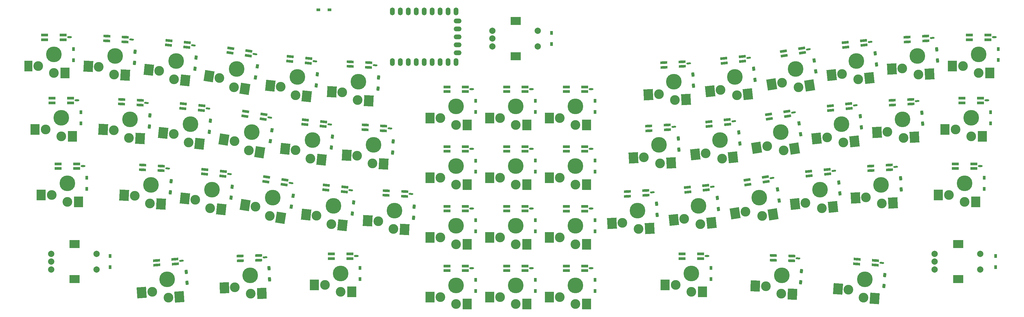
<source format=gbr>
G04 #@! TF.GenerationSoftware,KiCad,Pcbnew,9.0.0*
G04 #@! TF.CreationDate,2025-03-01T00:43:59+09:00*
G04 #@! TF.ProjectId,tijuana_lp,74696a75-616e-4615-9f6c-702e6b696361,rev?*
G04 #@! TF.SameCoordinates,Original*
G04 #@! TF.FileFunction,Soldermask,Bot*
G04 #@! TF.FilePolarity,Negative*
%FSLAX46Y46*%
G04 Gerber Fmt 4.6, Leading zero omitted, Abs format (unit mm)*
G04 Created by KiCad (PCBNEW 9.0.0) date 2025-03-01 00:43:59*
%MOMM*%
%LPD*%
G01*
G04 APERTURE LIST*
G04 Aperture macros list*
%AMHorizOval*
0 Thick line with rounded ends*
0 $1 width*
0 $2 $3 position (X,Y) of the first rounded end (center of the circle)*
0 $4 $5 position (X,Y) of the second rounded end (center of the circle)*
0 Add line between two ends*
20,1,$1,$2,$3,$4,$5,0*
0 Add two circle primitives to create the rounded ends*
1,1,$1,$2,$3*
1,1,$1,$4,$5*%
%AMRotRect*
0 Rectangle, with rotation*
0 The origin of the aperture is its center*
0 $1 length*
0 $2 width*
0 $3 Rotation angle, in degrees counterclockwise*
0 Add horizontal line*
21,1,$1,$2,0,0,$3*%
G04 Aperture macros list end*
%ADD10R,0.950000X1.300000*%
%ADD11RotRect,1.300000X0.950000X267.000000*%
%ADD12C,2.000000*%
%ADD13R,3.200000X2.500000*%
%ADD14C,3.100000*%
%ADD15C,5.000000*%
%ADD16O,1.500000X0.600000*%
%ADD17R,3.000000X3.500000*%
%ADD18R,2.200000X0.820000*%
%ADD19HorizOval,0.600000X0.447535X-0.047038X-0.447535X0.047038X0*%
%ADD20RotRect,3.000000X3.500000X174.000000*%
%ADD21RotRect,2.200000X0.820000X6.000000*%
%ADD22RotRect,2.200000X0.820000X4.000000*%
%ADD23RotRect,1.300000X0.950000X93.000000*%
%ADD24HorizOval,0.600000X0.449383X0.023551X-0.449383X-0.023551X0*%
%ADD25RotRect,3.000000X3.500000X183.000000*%
%ADD26RotRect,1.300000X0.950000X96.000000*%
%ADD27RotRect,2.200000X0.820000X171.000000*%
%ADD28RotRect,1.300000X0.950000X272.000000*%
%ADD29R,2.550000X3.500000*%
%ADD30HorizOval,0.600000X0.447535X0.047038X-0.447535X-0.047038X0*%
%ADD31RotRect,3.000000X3.500000X186.000000*%
%ADD32HorizOval,0.600000X0.448904X-0.031390X-0.448904X0.031390X0*%
%ADD33RotRect,3.000000X3.500000X176.000000*%
%ADD34HorizOval,0.600000X0.448904X0.031390X-0.448904X-0.031390X0*%
%ADD35RotRect,3.000000X3.500000X184.000000*%
%ADD36RotRect,2.200000X0.820000X3.000000*%
%ADD37RotRect,2.200000X0.820000X174.000000*%
%ADD38RotRect,2.200000X0.820000X357.000000*%
%ADD39RotRect,2.200000X0.820000X177.000000*%
%ADD40RotRect,1.300000X0.950000X261.000000*%
%ADD41RotRect,2.200000X0.820000X2.000000*%
%ADD42RotRect,1.300000X0.950000X264.000000*%
%ADD43HorizOval,0.600000X0.449383X-0.023551X-0.449383X0.023551X0*%
%ADD44RotRect,3.000000X3.500000X177.000000*%
%ADD45HorizOval,0.600000X0.444460X-0.070396X-0.444460X0.070396X0*%
%ADD46RotRect,3.000000X3.500000X171.000000*%
%ADD47RotRect,1.300000X0.950000X99.000000*%
%ADD48RotRect,2.200000X0.820000X176.000000*%
%ADD49HorizOval,0.600000X0.444460X0.070396X-0.444460X-0.070396X0*%
%ADD50RotRect,3.000000X3.500000X189.000000*%
%ADD51RotRect,1.300000X0.950000X86.000000*%
%ADD52RotRect,2.200000X0.820000X9.000000*%
%ADD53HorizOval,0.600000X0.449726X0.015705X-0.449726X-0.015705X0*%
%ADD54RotRect,3.000000X3.500000X182.000000*%
%ADD55RotRect,2.200000X0.820000X186.000000*%
%ADD56RotRect,2.200000X0.820000X189.000000*%
%ADD57HorizOval,0.600000X0.449726X-0.015705X-0.449726X0.015705X0*%
%ADD58RotRect,3.000000X3.500000X178.000000*%
%ADD59RotRect,2.200000X0.820000X351.000000*%
%ADD60RotRect,2.200000X0.820000X183.000000*%
%ADD61RotRect,2.200000X0.820000X354.000000*%
%ADD62RotRect,1.300000X0.950000X274.000000*%
%ADD63R,1.300000X0.950000*%
%ADD64RotRect,2.200000X0.820000X178.000000*%
%ADD65O,1.500000X2.500000*%
%ADD66O,2.500000X1.500000*%
G04 APERTURE END LIST*
D10*
X34500000Y-72525000D03*
X34500000Y-76075000D03*
D11*
X132244596Y-60934433D03*
X132058804Y-64479567D03*
D12*
X23093600Y-96800000D03*
X23093600Y-101800000D03*
X23093600Y-99300000D03*
D13*
X30593600Y-93700000D03*
X30593600Y-104900000D03*
D12*
X37593600Y-101800000D03*
X37593600Y-96800000D03*
D14*
X166405900Y-110607200D03*
D15*
X171405900Y-106907200D03*
D14*
X171405900Y-112807200D03*
D16*
X176405900Y-101357200D03*
D17*
X163055900Y-110607200D03*
X174955900Y-112807200D03*
D10*
X324500000Y-101075000D03*
X324500000Y-97525000D03*
D18*
X29307300Y-47153900D03*
X23407300Y-47153900D03*
X23407300Y-48653900D03*
X29307300Y-48653900D03*
D14*
X57614135Y-38384789D03*
D15*
X62973500Y-35227700D03*
D14*
X62356782Y-41095379D03*
D19*
X68526242Y-30230746D03*
D20*
X54282487Y-38034618D03*
X65887335Y-41466455D03*
D21*
X232007744Y-74957550D03*
X226140064Y-75574268D03*
X226296856Y-77066050D03*
X232164536Y-76449332D03*
D10*
X158588000Y-47962400D03*
X158588000Y-51512400D03*
D22*
X62607796Y-98496245D03*
X56722169Y-98907809D03*
X56826804Y-100404155D03*
X62712431Y-99992591D03*
D18*
X174364000Y-43532300D03*
X168464000Y-43532300D03*
X168464000Y-45032300D03*
X174364000Y-45032300D03*
D14*
X107827135Y-84613889D03*
D15*
X113186500Y-81456800D03*
D14*
X112569782Y-87324479D03*
D19*
X118739242Y-76459846D03*
D20*
X104495487Y-84263718D03*
X116100335Y-87695555D03*
D23*
X294385096Y-76223467D03*
X294199304Y-72678333D03*
D18*
X149413200Y-64080400D03*
X155313200Y-64080400D03*
X155313200Y-62580400D03*
X149413200Y-62580400D03*
D21*
X243639344Y-33825350D03*
X237771664Y-34442068D03*
X237928456Y-35933850D03*
X243796136Y-35317132D03*
D14*
X290008495Y-57844509D03*
D15*
X294808000Y-53887900D03*
D14*
X295116782Y-59779814D03*
D24*
X299510683Y-48083826D03*
D25*
X286663086Y-58019835D03*
X298661917Y-59594022D03*
D26*
X236059338Y-82489576D03*
X235688262Y-78959024D03*
D27*
X80173793Y-32647685D03*
X86001155Y-33570648D03*
X86235807Y-32089115D03*
X80408445Y-31166152D03*
D28*
X92638053Y-101426081D03*
X92761947Y-104973919D03*
D14*
X18962900Y-36884200D03*
D15*
X23962900Y-33184200D03*
D14*
X23962900Y-39084200D03*
D16*
X28962900Y-27634200D03*
D29*
X15837900Y-36884200D03*
D17*
X27512900Y-39084200D03*
D10*
X196685900Y-89643300D03*
X196685900Y-86093300D03*
D14*
X231998746Y-64723373D03*
D15*
X236584600Y-60521000D03*
D14*
X237201318Y-66388679D03*
D30*
X240977078Y-54478761D03*
D31*
X228667095Y-65073544D03*
X240731871Y-66017603D03*
D14*
X101118835Y-63678089D03*
D15*
X106478200Y-60521000D03*
D14*
X105861482Y-66388679D03*
D19*
X112030942Y-55524046D03*
D20*
X97787187Y-63327918D03*
X109392035Y-66759755D03*
D14*
X277560481Y-108249405D03*
D15*
X282806400Y-104907200D03*
D14*
X282394837Y-110792828D03*
D32*
X288181369Y-99719502D03*
D33*
X274218641Y-108015720D03*
X285936189Y-111040463D03*
D18*
X322061200Y-26955600D03*
X316161200Y-26955600D03*
X316161200Y-28455600D03*
X322061200Y-28455600D03*
D14*
X55363879Y-108946969D03*
D15*
X60093600Y-104907200D03*
D14*
X60505163Y-110792828D03*
D34*
X64694272Y-99021937D03*
D35*
X52022039Y-109180654D03*
X64046516Y-110545192D03*
D21*
X282384044Y-28726350D03*
X276516364Y-29343068D03*
X276673156Y-30834850D03*
X282540836Y-30218132D03*
D14*
X311722000Y-57077000D03*
D15*
X316722000Y-53377000D03*
D14*
X316722000Y-59277000D03*
D16*
X321722000Y-47827000D03*
D17*
X308372000Y-57077000D03*
X320272000Y-59277000D03*
D14*
X166405900Y-53457200D03*
D15*
X171405900Y-49757200D03*
D14*
X171405900Y-55657200D03*
D16*
X176405900Y-44207200D03*
D17*
X163055900Y-53457200D03*
X174955900Y-55657200D03*
D36*
X290564905Y-68452336D03*
X284672991Y-68761119D03*
X284751495Y-70259064D03*
X290643409Y-69950281D03*
D37*
X110781946Y-76374832D03*
X116649626Y-76991550D03*
X116806418Y-75499768D03*
X110938738Y-74883050D03*
D38*
X129241009Y-55997419D03*
X123349095Y-55688636D03*
X123270591Y-57186581D03*
X129162505Y-57495364D03*
D39*
X129970691Y-78124381D03*
X135862605Y-78433164D03*
X135941109Y-76935219D03*
X130049195Y-76626436D03*
D40*
X100325071Y-78265153D03*
X99769729Y-81771447D03*
D41*
X89304757Y-97317233D03*
X83408350Y-97523141D03*
X83460699Y-99022227D03*
X89357106Y-98816319D03*
D42*
X108046638Y-39486024D03*
X107675562Y-43016576D03*
D10*
X177640900Y-108675000D03*
X177640900Y-105125000D03*
D11*
X138983796Y-81728133D03*
X138798004Y-85273267D03*
D37*
X60533264Y-30218632D03*
X66400944Y-30835350D03*
X66557736Y-29343568D03*
X60690056Y-28726850D03*
D18*
X193402790Y-81649528D03*
X187502790Y-81649528D03*
X187502790Y-83149528D03*
X193402790Y-83149528D03*
X174359300Y-81627900D03*
X168459300Y-81627900D03*
X168459300Y-83127900D03*
X174359300Y-83127900D03*
D14*
X49778409Y-78258449D03*
D15*
X54965200Y-74825200D03*
D14*
X54656418Y-80717114D03*
D43*
X60248812Y-69544486D03*
D44*
X46433000Y-78083124D03*
X58201553Y-80902907D03*
D14*
X43068009Y-57321149D03*
D15*
X48254800Y-53887900D03*
D14*
X47946018Y-59779814D03*
D43*
X53538412Y-48607186D03*
D44*
X39722600Y-57145824D03*
X51491153Y-59965607D03*
D14*
X110490400Y-106754700D03*
D15*
X115490400Y-103054700D03*
D14*
X115490400Y-108954700D03*
D16*
X120490400Y-97504700D03*
D17*
X107140400Y-106754700D03*
X119040400Y-108954700D03*
D42*
X80894438Y-75360924D03*
X80523362Y-78891476D03*
D18*
X168461700Y-64089000D03*
X174361700Y-64089000D03*
X174361700Y-62589000D03*
X168461700Y-62589000D03*
D10*
X177659200Y-86106800D03*
X177659200Y-89656800D03*
D23*
X223466796Y-63525767D03*
X223281004Y-59980633D03*
D14*
X76827751Y-40649675D03*
D15*
X82345000Y-37777400D03*
D14*
X81422037Y-43604761D03*
D45*
X88151653Y-33077902D03*
D46*
X73518995Y-40125619D03*
X84928330Y-44160104D03*
D39*
X40801591Y-28826481D03*
X46693505Y-29135264D03*
X46772009Y-27637319D03*
X40880095Y-27328536D03*
D14*
X217068195Y-45816809D03*
D15*
X221867700Y-41860200D03*
D14*
X222176482Y-47752114D03*
D24*
X226570383Y-36056126D03*
D25*
X213722786Y-45992135D03*
X225721617Y-47566322D03*
D14*
X120769909Y-65487349D03*
D15*
X125956700Y-62054100D03*
D14*
X125647918Y-67946014D03*
D43*
X131240312Y-56773386D03*
D44*
X117424500Y-65312024D03*
X129193053Y-68131807D03*
D23*
X228115796Y-43148267D03*
X227930004Y-39603133D03*
D37*
X72019664Y-71351932D03*
X77887344Y-71968650D03*
X78044136Y-70476868D03*
X72176456Y-69860150D03*
D14*
X166405900Y-91557200D03*
D15*
X171405900Y-87857200D03*
D14*
X171405900Y-93757200D03*
D16*
X176405900Y-82307200D03*
D17*
X163055900Y-91557200D03*
X174955900Y-93757200D03*
D42*
X73956938Y-54319424D03*
X73585862Y-57849976D03*
D11*
X61357996Y-73614333D03*
X61172204Y-77159467D03*
D14*
X225127646Y-85659173D03*
D15*
X229713500Y-81456800D03*
D14*
X230330218Y-87324479D03*
D30*
X234105978Y-75414561D03*
D31*
X221795995Y-86009344D03*
X233860771Y-86953403D03*
D47*
X255488071Y-79777347D03*
X254932729Y-76271053D03*
D48*
X280198869Y-99992791D03*
X286084497Y-100404355D03*
X286189131Y-98908009D03*
X280303503Y-98496445D03*
D18*
X118458100Y-96831100D03*
X112558100Y-96831100D03*
X112558100Y-98331100D03*
X118458100Y-98331100D03*
D14*
X205434595Y-86945609D03*
D15*
X210234100Y-82989000D03*
D14*
X210542882Y-88880914D03*
D24*
X214936783Y-77184926D03*
D25*
X202089186Y-87120935D03*
X214088017Y-88695122D03*
D14*
X127479109Y-86422249D03*
D15*
X132665900Y-82989000D03*
D14*
X132357118Y-88880914D03*
D43*
X137949512Y-77708286D03*
D44*
X124133700Y-86246924D03*
X135902253Y-89066707D03*
D10*
X196684500Y-51546200D03*
X196684500Y-47996200D03*
D14*
X185455900Y-53457200D03*
D15*
X190455900Y-49757200D03*
D14*
X190455900Y-55657200D03*
D16*
X195455900Y-44207200D03*
D17*
X182105900Y-53457200D03*
X194005900Y-55657200D03*
D42*
X69375638Y-34153224D03*
X69004562Y-37683776D03*
D14*
X251597066Y-62407619D03*
D15*
X255956700Y-57971000D03*
D14*
X256879663Y-63798361D03*
D49*
X260026930Y-51707157D03*
D50*
X248288310Y-62931675D03*
X260385957Y-63243019D03*
D14*
X270743146Y-59623773D03*
D15*
X275329000Y-55421400D03*
D14*
X275945718Y-61289079D03*
D30*
X279721478Y-49379161D03*
D31*
X267411495Y-59973944D03*
X279476271Y-60918003D03*
D14*
X147355900Y-53457200D03*
D15*
X152355900Y-49757200D03*
D14*
X152355900Y-55657200D03*
D16*
X157355900Y-44207200D03*
D17*
X144005900Y-53457200D03*
X155905900Y-55657200D03*
D14*
X283135295Y-78781809D03*
D15*
X287934800Y-74825200D03*
D14*
X288243582Y-80717114D03*
D24*
X292637483Y-69021126D03*
D25*
X279789886Y-78957135D03*
X291788717Y-80531322D03*
D18*
X224475800Y-98327500D03*
X230375800Y-98327500D03*
X230375800Y-96827500D03*
X224475800Y-96827500D03*
D11*
X54592896Y-52627433D03*
X54407104Y-56172567D03*
D51*
X262277782Y-105889376D03*
X262525418Y-102348024D03*
D14*
X69084335Y-79514489D03*
D15*
X74443700Y-76357400D03*
D14*
X73826982Y-82225079D03*
D19*
X79996442Y-71360446D03*
D20*
X65752687Y-79164318D03*
X77357535Y-82596155D03*
D14*
X185455900Y-72507200D03*
D15*
X190455900Y-68807200D03*
D14*
X190455900Y-74707200D03*
D16*
X195455900Y-63257200D03*
D17*
X182105900Y-72507200D03*
X194005900Y-74707200D03*
D14*
X256358166Y-42214019D03*
D15*
X260717800Y-37777400D03*
D14*
X261640763Y-43604761D03*
D49*
X264788030Y-31513557D03*
D50*
X253049410Y-42738075D03*
X265147057Y-43049419D03*
D14*
X309611200Y-78014800D03*
D15*
X314611200Y-74314800D03*
D14*
X314611200Y-80214800D03*
D16*
X319611200Y-68764800D03*
D17*
X306261200Y-78014800D03*
X318161200Y-80214800D03*
D18*
X313782200Y-48654900D03*
X319682200Y-48654900D03*
X319682200Y-47154900D03*
X313782200Y-47154900D03*
D10*
X177646000Y-47981300D03*
X177646000Y-51531300D03*
D14*
X116008209Y-45293449D03*
D15*
X121195000Y-41860200D03*
D14*
X120886218Y-47752114D03*
D43*
X126478612Y-36579486D03*
D44*
X112662800Y-45118124D03*
X124431353Y-47937907D03*
D52*
X251036055Y-72297352D03*
X245208693Y-73220315D03*
X245443345Y-74701848D03*
X251270707Y-73778885D03*
D10*
X325371200Y-34965700D03*
X325371200Y-31415700D03*
X322943200Y-55153900D03*
X322943200Y-51603900D03*
X32596700Y-51625000D03*
X32596700Y-55175000D03*
D14*
X21340800Y-57077000D03*
D15*
X26340800Y-53377000D03*
D14*
X26340800Y-59277000D03*
D16*
X31340800Y-47827000D03*
D17*
X17990800Y-57077000D03*
X29890800Y-59277000D03*
D10*
X182800000Y-26325000D03*
X182800000Y-29875000D03*
D18*
X187512500Y-64079400D03*
X193412500Y-64079400D03*
X193412500Y-62579400D03*
X187512500Y-62579400D03*
D14*
X81725774Y-107515244D03*
D15*
X86593600Y-103643000D03*
D14*
X86799507Y-109539406D03*
D53*
X91396862Y-97921883D03*
D54*
X78377815Y-107632157D03*
X90347344Y-109415513D03*
D55*
X233128955Y-56107082D03*
X238996635Y-55490364D03*
X238839843Y-53998582D03*
X232972163Y-54615300D03*
D26*
X242942738Y-61558676D03*
X242571662Y-58028124D03*
D14*
X62211635Y-58578489D03*
D15*
X67571000Y-55421400D03*
D14*
X66954282Y-61289079D03*
D19*
X73123742Y-50424446D03*
D20*
X58879987Y-58228318D03*
X70484835Y-61660155D03*
D14*
X81588851Y-60843275D03*
D15*
X87106100Y-57971000D03*
D14*
X86183137Y-63798361D03*
D45*
X92912753Y-53271502D03*
D46*
X78280095Y-60319219D03*
X89689430Y-64353704D03*
D14*
X88297951Y-81779475D03*
D15*
X93815200Y-78907200D03*
D14*
X92892237Y-84734561D03*
D45*
X99621853Y-74207702D03*
D46*
X84989195Y-81255419D03*
X96398530Y-85289904D03*
D56*
X252312245Y-53763748D03*
X258139607Y-52840785D03*
X257904955Y-51359252D03*
X252077593Y-52282215D03*
D14*
X236760546Y-44530173D03*
D15*
X241346400Y-40327800D03*
D14*
X241963118Y-46195479D03*
D30*
X245738878Y-34285561D03*
D31*
X233428895Y-44880344D03*
X245493671Y-45824403D03*
D23*
X216519496Y-84338667D03*
X216333704Y-80793533D03*
D52*
X262660955Y-31173552D03*
X256833593Y-32096515D03*
X257068245Y-33578048D03*
X262895607Y-32655085D03*
D10*
X41900000Y-97525000D03*
X41900000Y-101075000D03*
D14*
X185455900Y-91557200D03*
D15*
X190455900Y-87857200D03*
D14*
X190455900Y-93757200D03*
D16*
X195455900Y-82307200D03*
D17*
X182105900Y-91557200D03*
X194005900Y-93757200D03*
D10*
X158567900Y-67058100D03*
X158567900Y-70608100D03*
D18*
X21024500Y-28462000D03*
X26924500Y-28462000D03*
X26924500Y-26962000D03*
X21024500Y-26962000D03*
D26*
X286480238Y-36328676D03*
X286109162Y-32798124D03*
D36*
X212868605Y-76617436D03*
X206976691Y-76926219D03*
X207055195Y-78424164D03*
X212947109Y-78115381D03*
D14*
X23288800Y-78014800D03*
D15*
X28288800Y-74314800D03*
D14*
X28288800Y-80214800D03*
D16*
X33288800Y-68764800D03*
D17*
X19938800Y-78014800D03*
X31838800Y-80214800D03*
D14*
X251180318Y-107166249D03*
D15*
X256306400Y-103643000D03*
D14*
X256100493Y-109539406D03*
D57*
X261497046Y-98270878D03*
D58*
X247832358Y-107049335D03*
X259648330Y-109663299D03*
D36*
X302177494Y-27329276D03*
X296285580Y-27638059D03*
X296364084Y-29136004D03*
X302255998Y-28827221D03*
D39*
X52276391Y-69956281D03*
X58168305Y-70265064D03*
X58246809Y-68767119D03*
X52354895Y-68458336D03*
D42*
X112890938Y-59362924D03*
X112519862Y-62893476D03*
D36*
X224493805Y-35488836D03*
X218601891Y-35797619D03*
X218680395Y-37295564D03*
X224572309Y-36986781D03*
D14*
X244725166Y-83343819D03*
D15*
X249084800Y-78907200D03*
D14*
X250007763Y-84734561D03*
D49*
X253155030Y-72643357D03*
D50*
X241416410Y-83867875D03*
X253514057Y-84179219D03*
D11*
X127584596Y-40506933D03*
X127398804Y-44052067D03*
D10*
X320903300Y-76094700D03*
X320903300Y-72544700D03*
D18*
X25354100Y-69589100D03*
X31254100Y-69589100D03*
X31254100Y-68089100D03*
X25354100Y-68089100D03*
D40*
X88883571Y-36982053D03*
X88328229Y-40488347D03*
D14*
X294768395Y-37651609D03*
D15*
X299567900Y-33695000D03*
D14*
X299876682Y-39586914D03*
D24*
X304270583Y-27890926D03*
D25*
X291422986Y-37826935D03*
X303421817Y-39401122D03*
D59*
X91007907Y-52289015D03*
X85180545Y-51366052D03*
X84945893Y-52847585D03*
X90773255Y-53770548D03*
D21*
X270744444Y-69859150D03*
X264876764Y-70475868D03*
X265033556Y-71967650D03*
X270901236Y-71350932D03*
D14*
X212306595Y-66010709D03*
D15*
X217106100Y-62054100D03*
D14*
X217414882Y-67946014D03*
D24*
X221808783Y-56250026D03*
D25*
X208961186Y-66186035D03*
X220960017Y-67760222D03*
D10*
X158577900Y-86082200D03*
X158577900Y-89632200D03*
D47*
X262334571Y-58665847D03*
X261779229Y-55159553D03*
D14*
X275503446Y-39430073D03*
D15*
X280089300Y-35227700D03*
D14*
X280706018Y-41095379D03*
D30*
X284481778Y-29185461D03*
D31*
X272171795Y-39780244D03*
X284236571Y-40724303D03*
D18*
X149424300Y-102182500D03*
X155324300Y-102182500D03*
X155324300Y-100682500D03*
X149424300Y-100682500D03*
X193410600Y-43536300D03*
X187510600Y-43536300D03*
X187510600Y-45036300D03*
X193410600Y-45036300D03*
X317576500Y-68084800D03*
X311676500Y-68084800D03*
X311676500Y-69584800D03*
X317576500Y-69584800D03*
D60*
X213905070Y-57491729D03*
X219796984Y-57182946D03*
X219718480Y-55685001D03*
X213826566Y-55993784D03*
D14*
X222409600Y-106754700D03*
D15*
X227409600Y-103054700D03*
D14*
X227409600Y-108954700D03*
D16*
X232409600Y-97504700D03*
D17*
X219059600Y-106754700D03*
X230959600Y-108954700D03*
D27*
X91647893Y-73779785D03*
X97475255Y-74702748D03*
X97709907Y-73221215D03*
X91882545Y-72298252D03*
D61*
X71181736Y-49523368D03*
X65314056Y-48906650D03*
X65157264Y-50398432D03*
X71024944Y-51015150D03*
D10*
X30200000Y-31425000D03*
X30200000Y-34975000D03*
D14*
X263870446Y-80559773D03*
D15*
X268456300Y-76357400D03*
D14*
X269073018Y-82225079D03*
D30*
X272848778Y-70315161D03*
D31*
X260538795Y-80909944D03*
X272603571Y-81854003D03*
D14*
X147355900Y-91557200D03*
D15*
X152355900Y-87857200D03*
D14*
X152355900Y-93757200D03*
D16*
X157355900Y-82307200D03*
D17*
X144005900Y-91557200D03*
X155905900Y-93757200D03*
D10*
X158594400Y-105132200D03*
X158594400Y-108682200D03*
D18*
X155318200Y-81633600D03*
X149418200Y-81633600D03*
X149418200Y-83133600D03*
X155318200Y-83133600D03*
D26*
X281701938Y-56421676D03*
X281330862Y-52891124D03*
D14*
X166405900Y-72507200D03*
D15*
X171405900Y-68807200D03*
D14*
X171405900Y-74707200D03*
D16*
X176405900Y-63257200D03*
D17*
X163055900Y-72507200D03*
X174955900Y-74707200D03*
D10*
X196700000Y-108677700D03*
X196700000Y-105127700D03*
D40*
X93577671Y-57346853D03*
X93022329Y-60853147D03*
D62*
X66200583Y-102541925D03*
X66448217Y-106083275D03*
D39*
X118500691Y-36984381D03*
X124392605Y-37293164D03*
X124471109Y-35795219D03*
X118579195Y-35486436D03*
D37*
X99276864Y-35328032D03*
X105144544Y-35944750D03*
X105301336Y-34452968D03*
X99433656Y-33836250D03*
D47*
X267137671Y-38583147D03*
X266582329Y-35076853D03*
D10*
X177652000Y-67025000D03*
X177652000Y-70575000D03*
D14*
X96357035Y-43484889D03*
D15*
X101716400Y-40327800D03*
D14*
X101099682Y-46195479D03*
D19*
X107269142Y-35330846D03*
D20*
X93025387Y-43134718D03*
X104630235Y-46566555D03*
D14*
X147355900Y-72507200D03*
D15*
X152355900Y-68807200D03*
D14*
X152355900Y-74707200D03*
D16*
X157355900Y-63257200D03*
D17*
X144005900Y-72507200D03*
X155905900Y-74707200D03*
D63*
X108375000Y-18900000D03*
X111925000Y-18900000D03*
D23*
X301214796Y-55285067D03*
X301029004Y-51739933D03*
D10*
X121668400Y-101279700D03*
X121668400Y-104829700D03*
D64*
X253542822Y-98814389D03*
X259439229Y-99020297D03*
X259491578Y-97521211D03*
X253595171Y-97315303D03*
D12*
X305093600Y-96800000D03*
X305093600Y-101800000D03*
X305093600Y-99300000D03*
D13*
X312593600Y-93700000D03*
X312593600Y-104900000D03*
D12*
X319593600Y-101800000D03*
X319593600Y-96800000D03*
X163905900Y-25600000D03*
X163905900Y-30600000D03*
X163905900Y-28100000D03*
D13*
X171405900Y-22500000D03*
X171405900Y-33700000D03*
D12*
X178405900Y-30600000D03*
X178405900Y-25600000D03*
D38*
X51531909Y-47831719D03*
X45639995Y-47522936D03*
X45561491Y-49020881D03*
X51453405Y-49329664D03*
D10*
X196723000Y-70575000D03*
X196723000Y-67025000D03*
D11*
X49892896Y-32327433D03*
X49707104Y-35872567D03*
D18*
X187512900Y-102190400D03*
X193412900Y-102190400D03*
X193412900Y-100690400D03*
X187512900Y-100690400D03*
D42*
X119610038Y-80397624D03*
X119238962Y-83928176D03*
D61*
X110079436Y-54635168D03*
X104211756Y-54018450D03*
X104054964Y-55510232D03*
X109922644Y-56126950D03*
D51*
X288920583Y-107097777D03*
X289168217Y-103556423D03*
D14*
X314099900Y-36884200D03*
D15*
X319099900Y-33184200D03*
D14*
X319099900Y-39084200D03*
D16*
X324099900Y-27634200D03*
D17*
X310749900Y-36884200D03*
X322649900Y-39084200D03*
D18*
X168457200Y-102185400D03*
X174357200Y-102185400D03*
X174357200Y-100685400D03*
X168457200Y-100685400D03*
D14*
X38308109Y-37128249D03*
D15*
X43494900Y-33695000D03*
D14*
X43186118Y-39586914D03*
D43*
X48778512Y-28414286D03*
D44*
X34962700Y-36952924D03*
X46731253Y-39772707D03*
D60*
X291620095Y-49320764D03*
X297512009Y-49011981D03*
X297433505Y-47514036D03*
X291541591Y-47822819D03*
D55*
X271902656Y-51027850D03*
X277770336Y-50411132D03*
X277613544Y-48919350D03*
X271745864Y-49536068D03*
D14*
X147355900Y-110607200D03*
D15*
X152355900Y-106907200D03*
D14*
X152355900Y-112807200D03*
D16*
X157355900Y-101357200D03*
D17*
X144005900Y-110607200D03*
X155905900Y-112807200D03*
D14*
X185455900Y-110607200D03*
D15*
X190455900Y-106907200D03*
D14*
X190455900Y-112807200D03*
D16*
X195455900Y-101357200D03*
D17*
X182105900Y-110607200D03*
X194005900Y-112807200D03*
D18*
X155308892Y-43522265D03*
X149408892Y-43522265D03*
X149408892Y-45022265D03*
X155308892Y-45022265D03*
D10*
X233664000Y-104823400D03*
X233664000Y-101273400D03*
D26*
X247718138Y-41272376D03*
X247347062Y-37741824D03*
D23*
X305950597Y-35083168D03*
X305764803Y-31538032D03*
D26*
X274840238Y-77550276D03*
X274469162Y-74019724D03*
D65*
X132020000Y-35640000D03*
X134560000Y-35640000D03*
X137100000Y-35640000D03*
X139640000Y-35640000D03*
X142180000Y-35640000D03*
X144720000Y-35640000D03*
X147260000Y-35640000D03*
X149800000Y-35640000D03*
X152340000Y-35640000D03*
D66*
X152840000Y-32600000D03*
X152840000Y-30060000D03*
X152840000Y-27520000D03*
X152840000Y-24980000D03*
X152840000Y-22440000D03*
D65*
X152340000Y-19400000D03*
X149800000Y-19400000D03*
X147260000Y-19400000D03*
X144720000Y-19400000D03*
X142180000Y-19400000D03*
X139640000Y-19400000D03*
X137100000Y-19400000D03*
X134560000Y-19400000D03*
X132020000Y-19400000D03*
M02*

</source>
